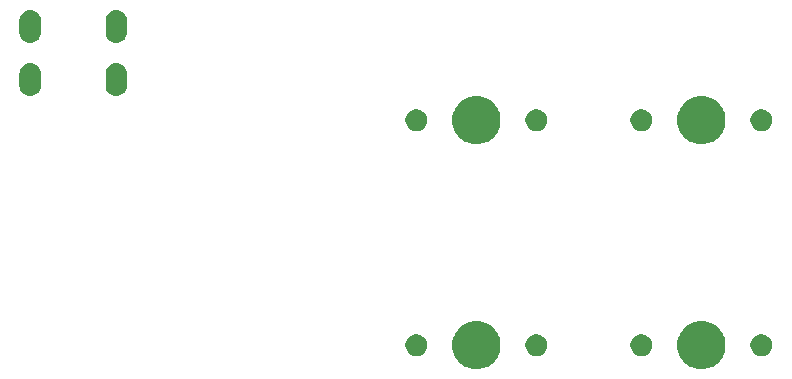
<source format=gts>
G04 #@! TF.GenerationSoftware,KiCad,Pcbnew,(5.1.4)-1*
G04 #@! TF.CreationDate,2020-09-25T18:06:27-04:00*
G04 #@! TF.ProjectId,2x2 micro pad,32783220-6d69-4637-926f-207061642e6b,rev?*
G04 #@! TF.SameCoordinates,Original*
G04 #@! TF.FileFunction,Soldermask,Top*
G04 #@! TF.FilePolarity,Negative*
%FSLAX46Y46*%
G04 Gerber Fmt 4.6, Leading zero omitted, Abs format (unit mm)*
G04 Created by KiCad (PCBNEW (5.1.4)-1) date 2020-09-25 18:06:27*
%MOMM*%
%LPD*%
G04 APERTURE LIST*
%ADD10C,0.100000*%
G04 APERTURE END LIST*
D10*
G36*
X208558974Y-82171184D02*
G01*
X208776974Y-82261483D01*
X208931123Y-82325333D01*
X209266048Y-82549123D01*
X209550877Y-82833952D01*
X209774667Y-83168877D01*
X209807062Y-83247086D01*
X209928816Y-83541026D01*
X210007400Y-83936094D01*
X210007400Y-84338906D01*
X209928816Y-84733974D01*
X209877951Y-84856772D01*
X209774667Y-85106123D01*
X209550877Y-85441048D01*
X209266048Y-85725877D01*
X208931123Y-85949667D01*
X208776974Y-86013517D01*
X208558974Y-86103816D01*
X208163906Y-86182400D01*
X207761094Y-86182400D01*
X207366026Y-86103816D01*
X207148026Y-86013517D01*
X206993877Y-85949667D01*
X206658952Y-85725877D01*
X206374123Y-85441048D01*
X206150333Y-85106123D01*
X206047049Y-84856772D01*
X205996184Y-84733974D01*
X205917600Y-84338906D01*
X205917600Y-83936094D01*
X205996184Y-83541026D01*
X206117938Y-83247086D01*
X206150333Y-83168877D01*
X206374123Y-82833952D01*
X206658952Y-82549123D01*
X206993877Y-82325333D01*
X207148026Y-82261483D01*
X207366026Y-82171184D01*
X207761094Y-82092600D01*
X208163906Y-82092600D01*
X208558974Y-82171184D01*
X208558974Y-82171184D01*
G37*
G36*
X227608974Y-82171184D02*
G01*
X227826974Y-82261483D01*
X227981123Y-82325333D01*
X228316048Y-82549123D01*
X228600877Y-82833952D01*
X228824667Y-83168877D01*
X228857062Y-83247086D01*
X228978816Y-83541026D01*
X229057400Y-83936094D01*
X229057400Y-84338906D01*
X228978816Y-84733974D01*
X228927951Y-84856772D01*
X228824667Y-85106123D01*
X228600877Y-85441048D01*
X228316048Y-85725877D01*
X227981123Y-85949667D01*
X227826974Y-86013517D01*
X227608974Y-86103816D01*
X227213906Y-86182400D01*
X226811094Y-86182400D01*
X226416026Y-86103816D01*
X226198026Y-86013517D01*
X226043877Y-85949667D01*
X225708952Y-85725877D01*
X225424123Y-85441048D01*
X225200333Y-85106123D01*
X225097049Y-84856772D01*
X225046184Y-84733974D01*
X224967600Y-84338906D01*
X224967600Y-83936094D01*
X225046184Y-83541026D01*
X225167938Y-83247086D01*
X225200333Y-83168877D01*
X225424123Y-82833952D01*
X225708952Y-82549123D01*
X226043877Y-82325333D01*
X226198026Y-82261483D01*
X226416026Y-82171184D01*
X226811094Y-82092600D01*
X227213906Y-82092600D01*
X227608974Y-82171184D01*
X227608974Y-82171184D01*
G37*
G36*
X213312604Y-83247085D02*
G01*
X213481126Y-83316889D01*
X213632791Y-83418228D01*
X213761772Y-83547209D01*
X213863111Y-83698874D01*
X213932915Y-83867396D01*
X213968500Y-84046297D01*
X213968500Y-84228703D01*
X213932915Y-84407604D01*
X213863111Y-84576126D01*
X213761772Y-84727791D01*
X213632791Y-84856772D01*
X213481126Y-84958111D01*
X213312604Y-85027915D01*
X213133703Y-85063500D01*
X212951297Y-85063500D01*
X212772396Y-85027915D01*
X212603874Y-84958111D01*
X212452209Y-84856772D01*
X212323228Y-84727791D01*
X212221889Y-84576126D01*
X212152085Y-84407604D01*
X212116500Y-84228703D01*
X212116500Y-84046297D01*
X212152085Y-83867396D01*
X212221889Y-83698874D01*
X212323228Y-83547209D01*
X212452209Y-83418228D01*
X212603874Y-83316889D01*
X212772396Y-83247085D01*
X212951297Y-83211500D01*
X213133703Y-83211500D01*
X213312604Y-83247085D01*
X213312604Y-83247085D01*
G37*
G36*
X203152604Y-83247085D02*
G01*
X203321126Y-83316889D01*
X203472791Y-83418228D01*
X203601772Y-83547209D01*
X203703111Y-83698874D01*
X203772915Y-83867396D01*
X203808500Y-84046297D01*
X203808500Y-84228703D01*
X203772915Y-84407604D01*
X203703111Y-84576126D01*
X203601772Y-84727791D01*
X203472791Y-84856772D01*
X203321126Y-84958111D01*
X203152604Y-85027915D01*
X202973703Y-85063500D01*
X202791297Y-85063500D01*
X202612396Y-85027915D01*
X202443874Y-84958111D01*
X202292209Y-84856772D01*
X202163228Y-84727791D01*
X202061889Y-84576126D01*
X201992085Y-84407604D01*
X201956500Y-84228703D01*
X201956500Y-84046297D01*
X201992085Y-83867396D01*
X202061889Y-83698874D01*
X202163228Y-83547209D01*
X202292209Y-83418228D01*
X202443874Y-83316889D01*
X202612396Y-83247085D01*
X202791297Y-83211500D01*
X202973703Y-83211500D01*
X203152604Y-83247085D01*
X203152604Y-83247085D01*
G37*
G36*
X232362604Y-83247085D02*
G01*
X232531126Y-83316889D01*
X232682791Y-83418228D01*
X232811772Y-83547209D01*
X232913111Y-83698874D01*
X232982915Y-83867396D01*
X233018500Y-84046297D01*
X233018500Y-84228703D01*
X232982915Y-84407604D01*
X232913111Y-84576126D01*
X232811772Y-84727791D01*
X232682791Y-84856772D01*
X232531126Y-84958111D01*
X232362604Y-85027915D01*
X232183703Y-85063500D01*
X232001297Y-85063500D01*
X231822396Y-85027915D01*
X231653874Y-84958111D01*
X231502209Y-84856772D01*
X231373228Y-84727791D01*
X231271889Y-84576126D01*
X231202085Y-84407604D01*
X231166500Y-84228703D01*
X231166500Y-84046297D01*
X231202085Y-83867396D01*
X231271889Y-83698874D01*
X231373228Y-83547209D01*
X231502209Y-83418228D01*
X231653874Y-83316889D01*
X231822396Y-83247085D01*
X232001297Y-83211500D01*
X232183703Y-83211500D01*
X232362604Y-83247085D01*
X232362604Y-83247085D01*
G37*
G36*
X222202604Y-83247085D02*
G01*
X222371126Y-83316889D01*
X222522791Y-83418228D01*
X222651772Y-83547209D01*
X222753111Y-83698874D01*
X222822915Y-83867396D01*
X222858500Y-84046297D01*
X222858500Y-84228703D01*
X222822915Y-84407604D01*
X222753111Y-84576126D01*
X222651772Y-84727791D01*
X222522791Y-84856772D01*
X222371126Y-84958111D01*
X222202604Y-85027915D01*
X222023703Y-85063500D01*
X221841297Y-85063500D01*
X221662396Y-85027915D01*
X221493874Y-84958111D01*
X221342209Y-84856772D01*
X221213228Y-84727791D01*
X221111889Y-84576126D01*
X221042085Y-84407604D01*
X221006500Y-84228703D01*
X221006500Y-84046297D01*
X221042085Y-83867396D01*
X221111889Y-83698874D01*
X221213228Y-83547209D01*
X221342209Y-83418228D01*
X221493874Y-83316889D01*
X221662396Y-83247085D01*
X221841297Y-83211500D01*
X222023703Y-83211500D01*
X222202604Y-83247085D01*
X222202604Y-83247085D01*
G37*
G36*
X208558974Y-63121184D02*
G01*
X208776974Y-63211483D01*
X208931123Y-63275333D01*
X209266048Y-63499123D01*
X209550877Y-63783952D01*
X209774667Y-64118877D01*
X209807062Y-64197086D01*
X209928816Y-64491026D01*
X210007400Y-64886094D01*
X210007400Y-65288906D01*
X209928816Y-65683974D01*
X209877951Y-65806772D01*
X209774667Y-66056123D01*
X209550877Y-66391048D01*
X209266048Y-66675877D01*
X208931123Y-66899667D01*
X208776974Y-66963517D01*
X208558974Y-67053816D01*
X208163906Y-67132400D01*
X207761094Y-67132400D01*
X207366026Y-67053816D01*
X207148026Y-66963517D01*
X206993877Y-66899667D01*
X206658952Y-66675877D01*
X206374123Y-66391048D01*
X206150333Y-66056123D01*
X206047049Y-65806772D01*
X205996184Y-65683974D01*
X205917600Y-65288906D01*
X205917600Y-64886094D01*
X205996184Y-64491026D01*
X206117938Y-64197086D01*
X206150333Y-64118877D01*
X206374123Y-63783952D01*
X206658952Y-63499123D01*
X206993877Y-63275333D01*
X207148026Y-63211483D01*
X207366026Y-63121184D01*
X207761094Y-63042600D01*
X208163906Y-63042600D01*
X208558974Y-63121184D01*
X208558974Y-63121184D01*
G37*
G36*
X227608974Y-63121184D02*
G01*
X227826974Y-63211483D01*
X227981123Y-63275333D01*
X228316048Y-63499123D01*
X228600877Y-63783952D01*
X228824667Y-64118877D01*
X228857062Y-64197086D01*
X228978816Y-64491026D01*
X229057400Y-64886094D01*
X229057400Y-65288906D01*
X228978816Y-65683974D01*
X228927951Y-65806772D01*
X228824667Y-66056123D01*
X228600877Y-66391048D01*
X228316048Y-66675877D01*
X227981123Y-66899667D01*
X227826974Y-66963517D01*
X227608974Y-67053816D01*
X227213906Y-67132400D01*
X226811094Y-67132400D01*
X226416026Y-67053816D01*
X226198026Y-66963517D01*
X226043877Y-66899667D01*
X225708952Y-66675877D01*
X225424123Y-66391048D01*
X225200333Y-66056123D01*
X225097049Y-65806772D01*
X225046184Y-65683974D01*
X224967600Y-65288906D01*
X224967600Y-64886094D01*
X225046184Y-64491026D01*
X225167938Y-64197086D01*
X225200333Y-64118877D01*
X225424123Y-63783952D01*
X225708952Y-63499123D01*
X226043877Y-63275333D01*
X226198026Y-63211483D01*
X226416026Y-63121184D01*
X226811094Y-63042600D01*
X227213906Y-63042600D01*
X227608974Y-63121184D01*
X227608974Y-63121184D01*
G37*
G36*
X203152604Y-64197085D02*
G01*
X203321126Y-64266889D01*
X203472791Y-64368228D01*
X203601772Y-64497209D01*
X203703111Y-64648874D01*
X203772915Y-64817396D01*
X203808500Y-64996297D01*
X203808500Y-65178703D01*
X203772915Y-65357604D01*
X203703111Y-65526126D01*
X203601772Y-65677791D01*
X203472791Y-65806772D01*
X203321126Y-65908111D01*
X203152604Y-65977915D01*
X202973703Y-66013500D01*
X202791297Y-66013500D01*
X202612396Y-65977915D01*
X202443874Y-65908111D01*
X202292209Y-65806772D01*
X202163228Y-65677791D01*
X202061889Y-65526126D01*
X201992085Y-65357604D01*
X201956500Y-65178703D01*
X201956500Y-64996297D01*
X201992085Y-64817396D01*
X202061889Y-64648874D01*
X202163228Y-64497209D01*
X202292209Y-64368228D01*
X202443874Y-64266889D01*
X202612396Y-64197085D01*
X202791297Y-64161500D01*
X202973703Y-64161500D01*
X203152604Y-64197085D01*
X203152604Y-64197085D01*
G37*
G36*
X213312604Y-64197085D02*
G01*
X213481126Y-64266889D01*
X213632791Y-64368228D01*
X213761772Y-64497209D01*
X213863111Y-64648874D01*
X213932915Y-64817396D01*
X213968500Y-64996297D01*
X213968500Y-65178703D01*
X213932915Y-65357604D01*
X213863111Y-65526126D01*
X213761772Y-65677791D01*
X213632791Y-65806772D01*
X213481126Y-65908111D01*
X213312604Y-65977915D01*
X213133703Y-66013500D01*
X212951297Y-66013500D01*
X212772396Y-65977915D01*
X212603874Y-65908111D01*
X212452209Y-65806772D01*
X212323228Y-65677791D01*
X212221889Y-65526126D01*
X212152085Y-65357604D01*
X212116500Y-65178703D01*
X212116500Y-64996297D01*
X212152085Y-64817396D01*
X212221889Y-64648874D01*
X212323228Y-64497209D01*
X212452209Y-64368228D01*
X212603874Y-64266889D01*
X212772396Y-64197085D01*
X212951297Y-64161500D01*
X213133703Y-64161500D01*
X213312604Y-64197085D01*
X213312604Y-64197085D01*
G37*
G36*
X232362604Y-64197085D02*
G01*
X232531126Y-64266889D01*
X232682791Y-64368228D01*
X232811772Y-64497209D01*
X232913111Y-64648874D01*
X232982915Y-64817396D01*
X233018500Y-64996297D01*
X233018500Y-65178703D01*
X232982915Y-65357604D01*
X232913111Y-65526126D01*
X232811772Y-65677791D01*
X232682791Y-65806772D01*
X232531126Y-65908111D01*
X232362604Y-65977915D01*
X232183703Y-66013500D01*
X232001297Y-66013500D01*
X231822396Y-65977915D01*
X231653874Y-65908111D01*
X231502209Y-65806772D01*
X231373228Y-65677791D01*
X231271889Y-65526126D01*
X231202085Y-65357604D01*
X231166500Y-65178703D01*
X231166500Y-64996297D01*
X231202085Y-64817396D01*
X231271889Y-64648874D01*
X231373228Y-64497209D01*
X231502209Y-64368228D01*
X231653874Y-64266889D01*
X231822396Y-64197085D01*
X232001297Y-64161500D01*
X232183703Y-64161500D01*
X232362604Y-64197085D01*
X232362604Y-64197085D01*
G37*
G36*
X222202604Y-64197085D02*
G01*
X222371126Y-64266889D01*
X222522791Y-64368228D01*
X222651772Y-64497209D01*
X222753111Y-64648874D01*
X222822915Y-64817396D01*
X222858500Y-64996297D01*
X222858500Y-65178703D01*
X222822915Y-65357604D01*
X222753111Y-65526126D01*
X222651772Y-65677791D01*
X222522791Y-65806772D01*
X222371126Y-65908111D01*
X222202604Y-65977915D01*
X222023703Y-66013500D01*
X221841297Y-66013500D01*
X221662396Y-65977915D01*
X221493874Y-65908111D01*
X221342209Y-65806772D01*
X221213228Y-65677791D01*
X221111889Y-65526126D01*
X221042085Y-65357604D01*
X221006500Y-65178703D01*
X221006500Y-64996297D01*
X221042085Y-64817396D01*
X221111889Y-64648874D01*
X221213228Y-64497209D01*
X221342209Y-64368228D01*
X221493874Y-64266889D01*
X221662396Y-64197085D01*
X221841297Y-64161500D01*
X222023703Y-64161500D01*
X222202604Y-64197085D01*
X222202604Y-64197085D01*
G37*
G36*
X177657877Y-60262037D02*
G01*
X177827716Y-60313557D01*
X177984241Y-60397222D01*
X178019979Y-60426552D01*
X178121436Y-60509814D01*
X178204698Y-60611271D01*
X178234028Y-60647009D01*
X178317693Y-60803534D01*
X178369213Y-60973373D01*
X178382250Y-61105742D01*
X178382250Y-62194258D01*
X178369213Y-62326627D01*
X178317693Y-62496466D01*
X178234028Y-62652991D01*
X178204698Y-62688729D01*
X178121436Y-62790186D01*
X177984239Y-62902779D01*
X177827717Y-62986442D01*
X177827715Y-62986443D01*
X177657876Y-63037963D01*
X177481250Y-63055359D01*
X177304623Y-63037963D01*
X177134784Y-62986443D01*
X176978259Y-62902778D01*
X176942521Y-62873448D01*
X176841064Y-62790186D01*
X176728471Y-62652989D01*
X176644808Y-62496467D01*
X176644807Y-62496465D01*
X176593287Y-62326626D01*
X176580250Y-62194257D01*
X176580251Y-61105742D01*
X176593288Y-60973373D01*
X176644808Y-60803534D01*
X176728473Y-60647009D01*
X176757803Y-60611271D01*
X176841065Y-60509814D01*
X176942522Y-60426552D01*
X176978260Y-60397222D01*
X177134785Y-60313557D01*
X177304624Y-60262037D01*
X177481250Y-60244641D01*
X177657877Y-60262037D01*
X177657877Y-60262037D01*
G37*
G36*
X170357877Y-60262037D02*
G01*
X170527716Y-60313557D01*
X170684241Y-60397222D01*
X170719979Y-60426552D01*
X170821436Y-60509814D01*
X170904698Y-60611271D01*
X170934028Y-60647009D01*
X171017693Y-60803534D01*
X171069213Y-60973373D01*
X171082250Y-61105742D01*
X171082250Y-62194258D01*
X171069213Y-62326627D01*
X171017693Y-62496466D01*
X170934028Y-62652991D01*
X170904698Y-62688729D01*
X170821436Y-62790186D01*
X170684239Y-62902779D01*
X170527717Y-62986442D01*
X170527715Y-62986443D01*
X170357876Y-63037963D01*
X170181250Y-63055359D01*
X170004623Y-63037963D01*
X169834784Y-62986443D01*
X169678259Y-62902778D01*
X169642521Y-62873448D01*
X169541064Y-62790186D01*
X169428471Y-62652989D01*
X169344808Y-62496467D01*
X169344807Y-62496465D01*
X169293287Y-62326626D01*
X169280250Y-62194257D01*
X169280251Y-61105742D01*
X169293288Y-60973373D01*
X169344808Y-60803534D01*
X169428473Y-60647009D01*
X169457803Y-60611271D01*
X169541065Y-60509814D01*
X169642522Y-60426552D01*
X169678260Y-60397222D01*
X169834785Y-60313557D01*
X170004624Y-60262037D01*
X170181250Y-60244641D01*
X170357877Y-60262037D01*
X170357877Y-60262037D01*
G37*
G36*
X177657877Y-55762037D02*
G01*
X177827716Y-55813557D01*
X177984241Y-55897222D01*
X178019979Y-55926552D01*
X178121436Y-56009814D01*
X178204698Y-56111271D01*
X178234028Y-56147009D01*
X178317693Y-56303534D01*
X178369213Y-56473373D01*
X178382250Y-56605742D01*
X178382250Y-57694258D01*
X178369213Y-57826627D01*
X178317693Y-57996466D01*
X178234028Y-58152991D01*
X178204698Y-58188729D01*
X178121436Y-58290186D01*
X177984239Y-58402779D01*
X177827717Y-58486442D01*
X177827715Y-58486443D01*
X177657876Y-58537963D01*
X177481250Y-58555359D01*
X177304623Y-58537963D01*
X177134784Y-58486443D01*
X176978259Y-58402778D01*
X176942521Y-58373448D01*
X176841064Y-58290186D01*
X176728471Y-58152989D01*
X176644808Y-57996467D01*
X176644807Y-57996465D01*
X176593287Y-57826626D01*
X176580250Y-57694257D01*
X176580251Y-56605742D01*
X176593288Y-56473373D01*
X176644808Y-56303534D01*
X176728473Y-56147009D01*
X176757803Y-56111271D01*
X176841065Y-56009814D01*
X176942522Y-55926552D01*
X176978260Y-55897222D01*
X177134785Y-55813557D01*
X177304624Y-55762037D01*
X177481250Y-55744641D01*
X177657877Y-55762037D01*
X177657877Y-55762037D01*
G37*
G36*
X170357877Y-55762037D02*
G01*
X170527716Y-55813557D01*
X170684241Y-55897222D01*
X170719979Y-55926552D01*
X170821436Y-56009814D01*
X170904698Y-56111271D01*
X170934028Y-56147009D01*
X171017693Y-56303534D01*
X171069213Y-56473373D01*
X171082250Y-56605742D01*
X171082250Y-57694258D01*
X171069213Y-57826627D01*
X171017693Y-57996466D01*
X170934028Y-58152991D01*
X170904698Y-58188729D01*
X170821436Y-58290186D01*
X170684239Y-58402779D01*
X170527717Y-58486442D01*
X170527715Y-58486443D01*
X170357876Y-58537963D01*
X170181250Y-58555359D01*
X170004623Y-58537963D01*
X169834784Y-58486443D01*
X169678259Y-58402778D01*
X169642521Y-58373448D01*
X169541064Y-58290186D01*
X169428471Y-58152989D01*
X169344808Y-57996467D01*
X169344807Y-57996465D01*
X169293287Y-57826626D01*
X169280250Y-57694257D01*
X169280251Y-56605742D01*
X169293288Y-56473373D01*
X169344808Y-56303534D01*
X169428473Y-56147009D01*
X169457803Y-56111271D01*
X169541065Y-56009814D01*
X169642522Y-55926552D01*
X169678260Y-55897222D01*
X169834785Y-55813557D01*
X170004624Y-55762037D01*
X170181250Y-55744641D01*
X170357877Y-55762037D01*
X170357877Y-55762037D01*
G37*
M02*

</source>
